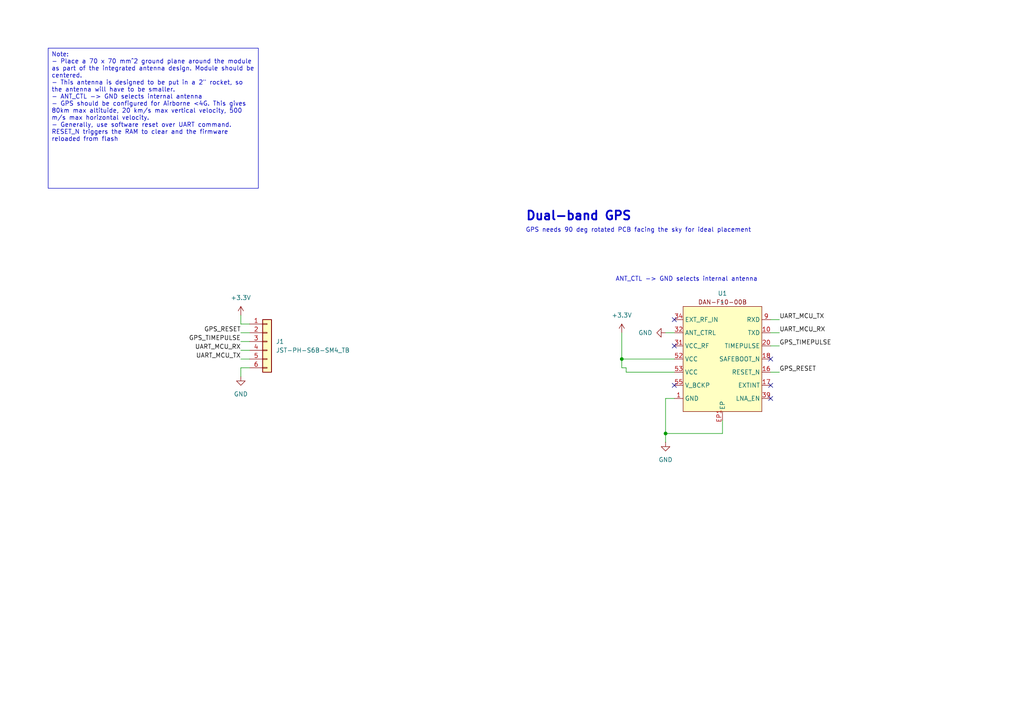
<source format=kicad_sch>
(kicad_sch (version 20250114) (generator "eeschema") (generator_version "9.0")
  (paper "A4")
  (title_block (title "GNSS Antenna board for Rocket Datalogger") (date "2025-08-19") (rev "1") (company "Brian Glen"))
  (lib_symbols
    (symbol "Connector_Generic:Conn_01x06" (pin_names (offset 1.016) (hide yes))
      (property "Reference" "J" (at 0 7.62 0))
      (property "Value" "Conn_01x06" (at 0 -10.16 0))
      (symbol "Conn_01x06_1_1"
        (rectangle (start -1.27 6.35) (end 1.27 -8.89) (stroke (width 0.254)) (fill (type background)))
        (rectangle (start -1.27 5.207) (end 0 4.953) (stroke (width 0.1524)))
        (rectangle (start -1.27 2.667) (end 0 2.413) (stroke (width 0.1524)))
        (rectangle (start -1.27 0.127) (end 0 -0.127) (stroke (width 0.1524)))
        (rectangle (start -1.27 -2.413) (end 0 -2.667) (stroke (width 0.1524)))
        (rectangle (start -1.27 -4.953) (end 0 -5.207) (stroke (width 0.1524)))
        (rectangle (start -1.27 -7.493) (end 0 -7.747) (stroke (width 0.1524)))
        (pin passive line (at -5.08 5.08 0) (length 3.81) (name "Pin_1") (number "1"))
        (pin passive line (at -5.08 2.54 0) (length 3.81) (name "Pin_2") (number "2"))
        (pin passive line (at -5.08 0 0) (length 3.81) (name "Pin_3") (number "3"))
        (pin passive line (at -5.08 -2.54 0) (length 3.81) (name "Pin_4") (number "4"))
        (pin passive line (at -5.08 -5.08 0) (length 3.81) (name "Pin_5") (number "5"))
        (pin passive line (at -5.08 -7.62 0) (length 3.81) (name "Pin_6") (number "6"))
      )
    )
    (symbol "power:+3.3V" (power) (pin_numbers (hide yes)) (pin_names (offset 0) (hide yes))
      (property "Value" "+3.3V" (at 0 3.556 0))
      (symbol "+3.3V_0_1"
        (polyline (pts (xy -0.762 1.27) (xy 0 2.54)))
        (polyline (pts (xy 0 2.54) (xy 0.762 1.27)))
        (polyline (pts (xy 0 0) (xy 0 2.54)))
      )
      (symbol "+3.3V_1_1"
        (pin power_in line (at 0 0 90) (length 0) (name "~") (number "1"))
      )
    )
    (symbol "power:GND" (power) (pin_numbers (hide yes)) (pin_names (offset 0) (hide yes))
      (property "Value" "GND" (at 0 -3.81 0))
      (symbol "GND_0_1"
        (polyline (pts (xy 0 0) (xy 0 -1.27) (xy 1.27 -1.27) (xy 0 -2.54) (xy -1.27 -1.27) (xy 0 -1.27)))
      )
      (symbol "GND_1_1"
        (pin power_in line (at 0 0 270) (length 0) (name "~") (number "1"))
      )
    )
    (symbol "rocket_datalogger:DAN-F10N-00B"
      (property "Reference" "U" (at 9.144 -17.78 0))
      (property "Value" "DAN-F10N-00B" (at 0 0 0))
      (symbol "DAN-F10N-00B_0_0"
        (pin input line (at -13.97 10.16 0) (length 2.54) (name "EXT_RF_IN") (number "34"))
        (pin input line (at -13.97 6.35 0) (length 2.54) (name "ANT_CTRL") (number "32"))
        (pin output line (at -13.97 2.54 0) (length 2.54) (name "VCC_RF") (number "31"))
        (pin power_in line (at -13.97 -1.27 0) (length 2.54) (name "VCC") (number "52"))
        (pin power_in line (at -13.97 -5.08 0) (length 2.54) (name "VCC") (number "53"))
        (pin power_in line (at -13.97 -8.89 0) (length 2.54) (name "V_BCKP") (number "55"))
        (pin input line (at -13.97 -12.7 0) (length 2.54) (name "GND") (number "1"))
        (pin input line (at 13.97 10.16 180) (length 2.54) (name "RXD") (number "9"))
        (pin open_emitter line (at 13.97 6.35 180) (length 2.54) (name "TXD") (number "10"))
        (pin output line (at 13.97 2.54 180) (length 2.54) (name "TIMEPULSE") (number "20"))
        (pin input line (at 13.97 -1.27 180) (length 2.54) (name "SAFEBOOT_N") (number "18"))
        (pin tri_state line (at 13.97 -5.08 180) (length 2.54) (name "RESET_N") (number "16"))
        (pin input line (at 13.97 -8.89 180) (length 2.54) (name "EXTINT") (number "17"))
        (pin output line (at 13.97 -12.7 180) (length 2.54) (name "LNA_EN") (number "39"))
      )
      (symbol "DAN-F10N-00B_1_0"
        (pin no_connect line (at -7.62 16.51 270) (length 2.54) (hide yes) (name "NC") (number "11"))
        (pin no_connect line (at -5.08 16.51 270) (length 2.54) (hide yes) (name "NC") (number "12"))
        (pin no_connect line (at -2.54 16.51 270) (length 2.54) (hide yes) (name "NC") (number "24"))
        (pin no_connect line (at 0 16.51 270) (length 2.54) (hide yes) (name "NC") (number "25"))
        (pin unspecified line (at 0 -19.05 90) (length 2.54) (name "EP") (number "EP1"))
        (pin unspecified line (at 2.54 16.51 270) (length 2.54) (hide yes) (name "NC") (number "36"))
        (pin no_connect line (at 5.08 16.51 270) (length 2.54) (hide yes) (name "NC") (number "45"))
        (pin no_connect line (at 7.62 16.51 270) (length 2.54) (hide yes) (name "NC") (number "46"))
      )
      (symbol "DAN-F10N-00B_1_1"
        (rectangle (start -11.43 13.97) (end 11.43 -16.51) (fill (type background)))
        (text "DAN-F10-00B" (at 0 15.24 0) (effects (font (size 1.27 1.27))))
      )
    )
  )
  (text "ANT_CTL -> GND selects internal antenna" (at 199.136 81.026 0) (effects (font (size 1.27 1.27))))
  (text "Dual-band GPS" (at 152.4 62.738 0) (effects (font (size 2.54 2.54) (thickness 0.508) (bold yes)) (justify left)))
  (text "GPS needs 90 deg rotated PCB facing the sky for ideal placement" (at 185.166 66.802 0) (effects (font (size 1.27 1.27))))
  (text_box "Note:\n- Place a 70 x 70 mm^2 ground plane around the module as part of the integrated antenna design. Module should be centered.\n- This antenna is designed to be put in a 2\" rocket, so the antenna will have to be smaller.\n- ANT_CTL -> GND selects internal antenna\n- GPS should be configured for Airborne <4G. This gives 80km max altituide, 20 km/s max vertical velocity, 500 m/s max horizontal velocity.\n- Generally, use software reset over UART command. RESET_N triggers the RAM to clear and the firmware reloaded from flash" (at 13.97 13.97 0) (size 60.96 40.64) (margins 0.9525 0.9525 0.9525 0.9525) (effects (font (size 1.27 1.27)) (justify left top)))
  (junction (at 193.04 125.73))
  (junction (at 180.34 104.14))
  (no_connect (at 223.52 111.76))
  (no_connect (at 195.58 92.71))
  (no_connect (at 223.52 104.14))
  (no_connect (at 223.52 115.57))
  (no_connect (at 195.58 111.76))
  (no_connect (at 195.58 100.33))
  (wire (pts (xy 193.04 115.57) (xy 195.58 115.57)))
  (wire (pts (xy 181.61 106.68) (xy 180.34 106.68)))
  (wire (pts (xy 193.04 96.52) (xy 195.58 96.52)))
  (wire (pts (xy 69.85 104.14) (xy 72.39 104.14)))
  (wire (pts (xy 69.85 99.06) (xy 72.39 99.06)))
  (wire (pts (xy 180.34 104.14) (xy 195.58 104.14)))
  (wire (pts (xy 180.34 104.14) (xy 180.34 96.52)))
  (wire (pts (xy 209.55 125.73) (xy 193.04 125.73)))
  (wire (pts (xy 193.04 128.27) (xy 193.04 125.73)))
  (wire (pts (xy 69.85 96.52) (xy 72.39 96.52)))
  (wire (pts (xy 69.85 106.68) (xy 72.39 106.68)))
  (wire (pts (xy 209.55 121.92) (xy 209.55 125.73)))
  (wire (pts (xy 223.52 107.95) (xy 226.06 107.95)))
  (wire (pts (xy 180.34 106.68) (xy 180.34 104.14)))
  (wire (pts (xy 69.85 91.44) (xy 69.85 93.98)))
  (wire (pts (xy 223.52 100.33) (xy 226.06 100.33)))
  (wire (pts (xy 69.85 101.6) (xy 72.39 101.6)))
  (wire (pts (xy 181.61 106.68) (xy 181.61 107.95)))
  (wire (pts (xy 193.04 125.73) (xy 193.04 115.57)))
  (wire (pts (xy 69.85 106.68) (xy 69.85 109.22)))
  (wire (pts (xy 223.52 92.71) (xy 226.06 92.71)))
  (wire (pts (xy 223.52 96.52) (xy 226.06 96.52)))
  (wire (pts (xy 69.85 93.98) (xy 72.39 93.98)))
  (wire (pts (xy 181.61 107.95) (xy 195.58 107.95)))
  (label "GPS_TIMEPULSE" (at 226.06 100.33 0))
  (label "UART_MCU_RX" (at 69.85 101.6 180))
  (label "UART_MCU_RX" (at 226.06 96.52 0))
  (label "UART_MCU_TX" (at 226.06 92.71 0))
  (label "GPS_RESET" (at 69.85 96.52 180))
  (label "UART_MCU_TX" (at 69.85 104.14 180))
  (label "GPS_RESET" (at 226.06 107.95 0))
  (label "GPS_TIMEPULSE" (at 69.85 99.06 180))
  (symbol (lib_id "power:GND") (at 69.85 109.22 0) (unit 1)
    (property "Reference" "#PWR02" (effects (hide yes)))
    (property "Value" "GND" (at 69.85 114.3 0))
    (property "Description" "Power symbol creates a global label with name \"GND\" , ground" (effects (hide yes)))
  )
  (symbol (lib_id "Connector_Generic:Conn_01x06") (at 77.47 99.06 0) (unit 1)
    (property "Reference" "J1" (at 80.01 99.0599 0) (effects (justify left)))
    (property "Value" "JST-PH-S6B-SM4_TB" (at 80.01 101.5999 0) (effects (justify left)))
    (property "Footprint" "Connector_JST:JST_PH_S6B-PH-SM4-TB_1x06-1MP_P2.00mm_Horizontal" (effects (hide yes)))
    (property "Description" "Generic connector, single row, 01x06, script generated (kicad-library-utils/schlib/autogen/connector/)" (effects (hide yes)))
  )
  (symbol (lib_id "power:GND") (at 193.04 96.52 270) (unit 1)
    (property "Reference" "#PWR04" (effects (hide yes)))
    (property "Value" "GND" (at 189.23 96.5199 90) (effects (justify right)))
    (property "Description" "Power symbol creates a global label with name \"GND\" , ground" (effects (hide yes)))
  )
  (symbol (lib_id "power:+3.3V") (at 180.34 96.52 0) (unit 1)
    (property "Reference" "#PWR03" (effects (hide yes)))
    (property "Value" "+3.3V" (at 180.34 91.44 0))
    (property "Description" "Power symbol creates a global label with name \"+3.3V\"" (effects (hide yes)))
  )
  (symbol (lib_id "rocket_datalogger:DAN-F10N-00B") (at 209.55 102.87 0) (unit 1)
    (property "Reference" "U1" (at 209.55 85.09 0))
    (property "Value" "~" (at 209.55 87.63 0))
    (property "Footprint" "rocket_datalogger:DAN-F10-00B" (effects (hide yes)))
  )
  (symbol (lib_id "power:GND") (at 193.04 128.27 0) (unit 1)
    (property "Reference" "#PWR05" (effects (hide yes)))
    (property "Value" "GND" (at 193.04 133.35 0))
    (property "Description" "Power symbol creates a global label with name \"GND\" , ground" (effects (hide yes)))
  )
  (symbol (lib_id "power:+3.3V") (at 69.85 91.44 0) (unit 1)
    (property "Reference" "#PWR01" (effects (hide yes)))
    (property "Value" "+3.3V" (at 69.85 86.36 0))
    (property "Description" "Power symbol creates a global label with name \"+3.3V\"" (effects (hide yes)))
  )
)
</source>
